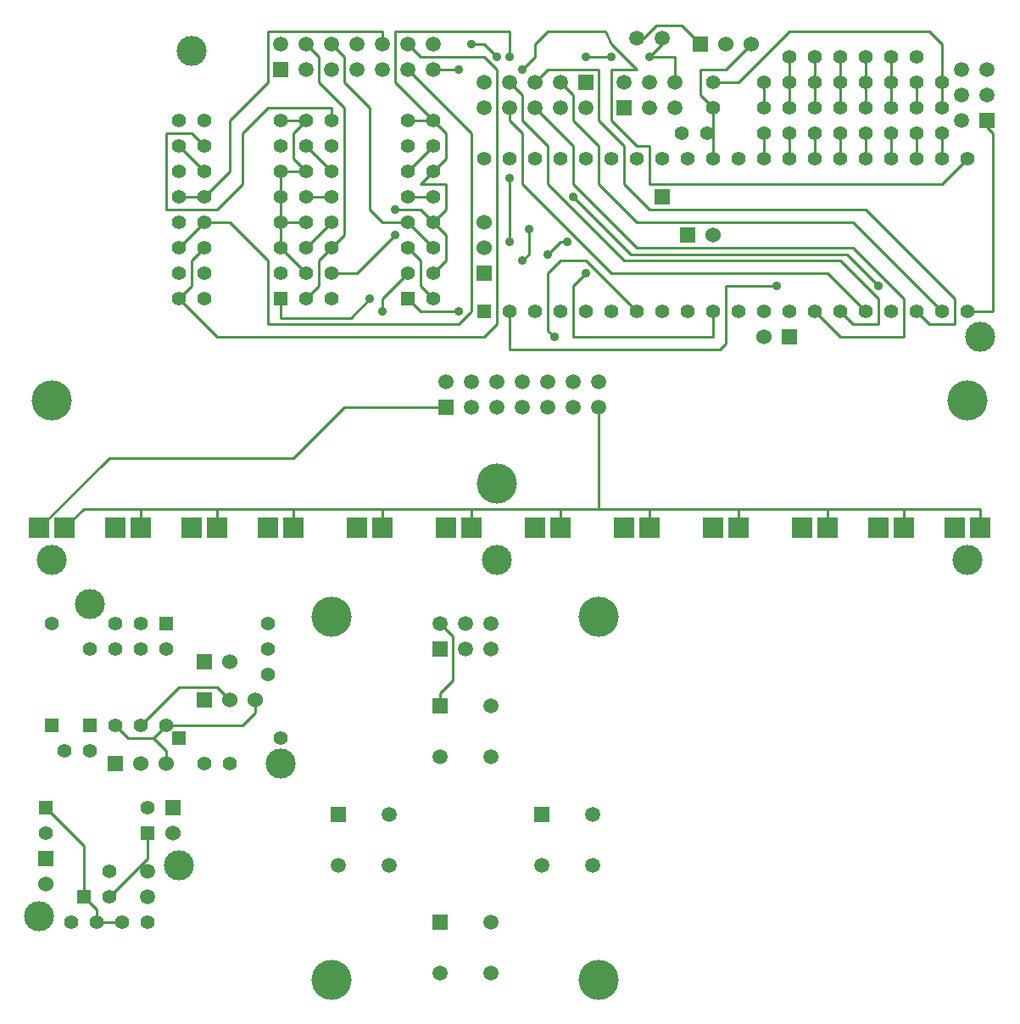
<source format=gbl>
G04 (created by PCBNEW (2013-07-07 BZR 4022)-stable) date 2014-10-27 00:32:54*
%MOIN*%
G04 Gerber Fmt 3.4, Leading zero omitted, Abs format*
%FSLAX34Y34*%
G01*
G70*
G90*
G04 APERTURE LIST*
%ADD10C,0.00590551*%
%ADD11C,0.055*%
%ADD12R,0.055X0.055*%
%ADD13R,0.0590551X0.0590551*%
%ADD14C,0.0590551*%
%ADD15R,0.0787402X0.0787402*%
%ADD16R,0.06X0.06*%
%ADD17C,0.06*%
%ADD18C,0.11811*%
%ADD19C,0.15748*%
%ADD20C,0.035*%
%ADD21C,0.01*%
G04 APERTURE END LIST*
G54D10*
G54D11*
X35500Y-8500D03*
X35500Y-7500D03*
X43500Y-6500D03*
X42500Y-6500D03*
X42500Y-7500D03*
X41500Y-7500D03*
X41500Y-6500D03*
X40500Y-6500D03*
X40500Y-7500D03*
X39500Y-7500D03*
X39500Y-6500D03*
X38500Y-6500D03*
X44500Y-9500D03*
X44500Y-8500D03*
X43500Y-9500D03*
X43500Y-8500D03*
X42500Y-9500D03*
X42500Y-8500D03*
X41500Y-9500D03*
X41500Y-8500D03*
X40500Y-9500D03*
X40500Y-8500D03*
X39500Y-9500D03*
X39500Y-8500D03*
X38500Y-7500D03*
X37500Y-7500D03*
X38500Y-9500D03*
X38500Y-8500D03*
X37500Y-9500D03*
X37500Y-8500D03*
G54D12*
X26500Y-16500D03*
G54D11*
X27500Y-16500D03*
X28500Y-16500D03*
X29500Y-16500D03*
X30500Y-16500D03*
X31500Y-16500D03*
X32500Y-16500D03*
X33500Y-16500D03*
X34500Y-16500D03*
X35500Y-16500D03*
X36500Y-16500D03*
X37500Y-16500D03*
X38500Y-16500D03*
X39500Y-16500D03*
X40500Y-16500D03*
X41500Y-16500D03*
X42500Y-16500D03*
X43500Y-16500D03*
X44500Y-16500D03*
X45500Y-16500D03*
X45500Y-10500D03*
X44500Y-10500D03*
X43500Y-10500D03*
X42500Y-10500D03*
X41500Y-10500D03*
X40500Y-10500D03*
X39500Y-10500D03*
X38500Y-10500D03*
X37500Y-10500D03*
X36500Y-10500D03*
X35500Y-10500D03*
X34500Y-10500D03*
X33500Y-10500D03*
X32500Y-10500D03*
X31500Y-10500D03*
X30500Y-10500D03*
X29500Y-10500D03*
X28500Y-10500D03*
X27500Y-10500D03*
X26500Y-10500D03*
X44500Y-7500D03*
X43500Y-7500D03*
G54D13*
X32000Y-8500D03*
G54D14*
X32000Y-7500D03*
X33000Y-8500D03*
X33000Y-7500D03*
X34000Y-8500D03*
X34000Y-7500D03*
G54D12*
X23500Y-16000D03*
G54D11*
X23500Y-15000D03*
X23500Y-14000D03*
X23500Y-13000D03*
X23500Y-12000D03*
X23500Y-11000D03*
X23500Y-10000D03*
X23500Y-9000D03*
X20500Y-9000D03*
X20500Y-10000D03*
X20500Y-11000D03*
X20500Y-12000D03*
X20500Y-13000D03*
X20500Y-14000D03*
X20500Y-15000D03*
X20500Y-16000D03*
G54D12*
X18500Y-16000D03*
G54D11*
X18500Y-15000D03*
X18500Y-14000D03*
X18500Y-13000D03*
X18500Y-12000D03*
X18500Y-11000D03*
X18500Y-10000D03*
X18500Y-9000D03*
X15500Y-9000D03*
X15500Y-10000D03*
X15500Y-11000D03*
X15500Y-12000D03*
X15500Y-13000D03*
X15500Y-14000D03*
X15500Y-15000D03*
X15500Y-16000D03*
G54D13*
X18500Y-7000D03*
G54D14*
X18500Y-6000D03*
X19500Y-7000D03*
X19500Y-6000D03*
X20500Y-7000D03*
X20500Y-6000D03*
X21500Y-7000D03*
X21500Y-6000D03*
X22500Y-7000D03*
X22500Y-6000D03*
X23500Y-7000D03*
X23500Y-6000D03*
X24500Y-7000D03*
X24500Y-6000D03*
X29500Y-8500D03*
X28500Y-8500D03*
X27500Y-8500D03*
G54D13*
X30500Y-7500D03*
G54D14*
X29500Y-7500D03*
X28500Y-7500D03*
X27500Y-7500D03*
X30500Y-8500D03*
X26500Y-7500D03*
X26500Y-8500D03*
G54D13*
X25000Y-20250D03*
G54D14*
X25000Y-19250D03*
X26000Y-20250D03*
X26000Y-19250D03*
X27000Y-20250D03*
X27000Y-19250D03*
X28000Y-20250D03*
X28000Y-19250D03*
X29000Y-20250D03*
X29000Y-19250D03*
X30000Y-20250D03*
X30000Y-19250D03*
X31000Y-20250D03*
X31000Y-19250D03*
G54D15*
X9000Y-25000D03*
X10000Y-25000D03*
X12000Y-25000D03*
X13000Y-25000D03*
X15000Y-25000D03*
X16000Y-25000D03*
X18000Y-25000D03*
X19000Y-25000D03*
X21500Y-25000D03*
X22500Y-25000D03*
X25000Y-25000D03*
X26000Y-25000D03*
X28500Y-25000D03*
X29500Y-25000D03*
X32000Y-25000D03*
X33000Y-25000D03*
X35500Y-25000D03*
X36500Y-25000D03*
X39000Y-25000D03*
X40000Y-25000D03*
X42000Y-25000D03*
X43000Y-25000D03*
X45000Y-25000D03*
X46000Y-25000D03*
G54D11*
X13000Y-28750D03*
X12000Y-28750D03*
X11000Y-33750D03*
X10000Y-33750D03*
X18000Y-29750D03*
X18000Y-30750D03*
G54D16*
X15500Y-31750D03*
G54D17*
X16500Y-31750D03*
X17500Y-31750D03*
G54D16*
X15500Y-30250D03*
G54D17*
X16500Y-30250D03*
G54D12*
X11000Y-32750D03*
G54D11*
X12000Y-32750D03*
X13000Y-32750D03*
X14000Y-32750D03*
X14000Y-29750D03*
X13000Y-29750D03*
X12000Y-29750D03*
X11000Y-29750D03*
G54D12*
X9500Y-32750D03*
G54D11*
X9500Y-28750D03*
G54D12*
X14500Y-33250D03*
G54D11*
X18500Y-33250D03*
G54D12*
X14000Y-28750D03*
G54D11*
X18000Y-28750D03*
X15500Y-34250D03*
X16500Y-34250D03*
G54D16*
X12000Y-34250D03*
G54D17*
X13000Y-34250D03*
X14000Y-34250D03*
G54D11*
X24500Y-10000D03*
X24500Y-9000D03*
X24500Y-12000D03*
X24500Y-11000D03*
X24500Y-14000D03*
X24500Y-13000D03*
X24500Y-16000D03*
X24500Y-15000D03*
X19500Y-16000D03*
X19500Y-15000D03*
X19500Y-14000D03*
X19500Y-13000D03*
X19500Y-12000D03*
X19500Y-11000D03*
X19500Y-10000D03*
X19500Y-9000D03*
X14500Y-16000D03*
X14500Y-15000D03*
X14500Y-14000D03*
X14500Y-13000D03*
X14500Y-12000D03*
X14500Y-11000D03*
X14500Y-10000D03*
X14500Y-9000D03*
G54D14*
X13250Y-38500D03*
X13250Y-39500D03*
G54D12*
X10750Y-39500D03*
G54D11*
X11750Y-39500D03*
X11750Y-38500D03*
X10250Y-40500D03*
X11250Y-40500D03*
X13250Y-40500D03*
X12250Y-40500D03*
G54D16*
X9250Y-38000D03*
G54D17*
X9250Y-39000D03*
G54D16*
X14250Y-36000D03*
G54D17*
X14250Y-37000D03*
G54D12*
X9250Y-36000D03*
G54D11*
X13250Y-36000D03*
G54D12*
X13250Y-37000D03*
G54D11*
X9250Y-37000D03*
G54D16*
X35000Y-6000D03*
G54D17*
X36000Y-6000D03*
X37000Y-6000D03*
G54D14*
X33500Y-5750D03*
X32500Y-5750D03*
G54D13*
X24750Y-40500D03*
G54D14*
X26750Y-40500D03*
X26750Y-42500D03*
X24750Y-42500D03*
G54D13*
X20750Y-36250D03*
G54D14*
X22750Y-36250D03*
X22750Y-38250D03*
X20750Y-38250D03*
G54D13*
X28750Y-36250D03*
G54D14*
X30750Y-36250D03*
X30750Y-38250D03*
X28750Y-38250D03*
G54D13*
X24750Y-32000D03*
G54D14*
X26750Y-32000D03*
X26750Y-34000D03*
X24750Y-34000D03*
G54D13*
X24750Y-29750D03*
G54D14*
X24750Y-28750D03*
X25750Y-29750D03*
X25750Y-28750D03*
X26750Y-28750D03*
X26750Y-29750D03*
G54D11*
X34250Y-9500D03*
X35250Y-9500D03*
G54D16*
X38500Y-17500D03*
G54D17*
X37500Y-17500D03*
G54D13*
X46250Y-9000D03*
G54D14*
X45250Y-9000D03*
X46250Y-8000D03*
X45250Y-8000D03*
X45250Y-7000D03*
X46250Y-7000D03*
G54D18*
X15000Y-6250D03*
X46000Y-17500D03*
G54D19*
X45500Y-20000D03*
X9500Y-20000D03*
X27000Y-23250D03*
G54D18*
X45500Y-26250D03*
X9500Y-26250D03*
X27000Y-26250D03*
X18500Y-34250D03*
X11000Y-28000D03*
X14500Y-38250D03*
X9000Y-40250D03*
G54D16*
X26500Y-15000D03*
G54D17*
X26500Y-14000D03*
X26500Y-13000D03*
G54D16*
X34500Y-13500D03*
G54D17*
X35500Y-13500D03*
G54D16*
X33500Y-12000D03*
G54D19*
X31000Y-28500D03*
X20500Y-28500D03*
X20500Y-42750D03*
X31000Y-42750D03*
G54D20*
X38000Y-15500D03*
X28250Y-13250D03*
X28000Y-14500D03*
X26000Y-6000D03*
X27000Y-6500D03*
X42000Y-15500D03*
X30000Y-12000D03*
X29750Y-13750D03*
X29000Y-14250D03*
X28000Y-7000D03*
X22500Y-16500D03*
X22000Y-16000D03*
X25500Y-16500D03*
X29250Y-17500D03*
X27500Y-11250D03*
X27500Y-13750D03*
X30500Y-15000D03*
X25500Y-7000D03*
X27500Y-6500D03*
X33000Y-6500D03*
X31500Y-6500D03*
X30500Y-6500D03*
X23000Y-12500D03*
X23000Y-13500D03*
G54D21*
X19500Y-6000D02*
X20000Y-6500D01*
X21000Y-13500D02*
X20500Y-14000D01*
X21000Y-8500D02*
X21000Y-13500D01*
X20000Y-7500D02*
X21000Y-8500D01*
X20000Y-6500D02*
X20000Y-7500D01*
X19500Y-16000D02*
X20000Y-15500D01*
X20000Y-14500D02*
X20500Y-14000D01*
X20000Y-15500D02*
X20000Y-14500D01*
X16500Y-31750D02*
X16000Y-31250D01*
X14500Y-31250D02*
X13000Y-32750D01*
X16000Y-31250D02*
X14500Y-31250D01*
X14000Y-32750D02*
X17000Y-32750D01*
X17500Y-32250D02*
X17500Y-31750D01*
X17000Y-32750D02*
X17500Y-32250D01*
X14000Y-32750D02*
X13500Y-33250D01*
X12000Y-32750D02*
X12500Y-33250D01*
X14000Y-33750D02*
X14000Y-34250D01*
X13500Y-33250D02*
X14000Y-33750D01*
X12500Y-33250D02*
X13500Y-33250D01*
X24750Y-28750D02*
X25250Y-29250D01*
X24750Y-31500D02*
X24750Y-32000D01*
X25250Y-31000D02*
X24750Y-31500D01*
X25250Y-29250D02*
X25250Y-31000D01*
X45500Y-16500D02*
X46500Y-16500D01*
X46250Y-9250D02*
X46250Y-9000D01*
X46500Y-9500D02*
X46250Y-9250D01*
X46500Y-16500D02*
X46500Y-9500D01*
X27500Y-16500D02*
X27500Y-18000D01*
X36000Y-15500D02*
X38000Y-15500D01*
X36000Y-17750D02*
X36000Y-15500D01*
X35750Y-18000D02*
X36000Y-17750D01*
X27500Y-18000D02*
X35750Y-18000D01*
X28250Y-14250D02*
X28250Y-13250D01*
X28000Y-14500D02*
X28250Y-14250D01*
X26500Y-6000D02*
X26000Y-6000D01*
X27000Y-6500D02*
X26500Y-6000D01*
X40750Y-14250D02*
X42000Y-15500D01*
X32250Y-14250D02*
X40750Y-14250D01*
X32000Y-14000D02*
X32250Y-14250D01*
X30000Y-12000D02*
X32000Y-14000D01*
X29500Y-13750D02*
X29750Y-13750D01*
X29000Y-14250D02*
X29500Y-13750D01*
X19500Y-14000D02*
X20500Y-13000D01*
X27500Y-7500D02*
X28000Y-8000D01*
X41000Y-17000D02*
X40500Y-16500D01*
X42000Y-17000D02*
X41000Y-17000D01*
X42000Y-16000D02*
X42000Y-17000D01*
X40500Y-14500D02*
X42000Y-16000D01*
X32000Y-14500D02*
X40500Y-14500D01*
X30500Y-13000D02*
X32000Y-14500D01*
X29000Y-11500D02*
X30500Y-13000D01*
X29000Y-10000D02*
X29000Y-11500D01*
X28500Y-9500D02*
X29000Y-10000D01*
X28000Y-9000D02*
X28500Y-9500D01*
X28000Y-8000D02*
X28000Y-9000D01*
X29500Y-7500D02*
X30000Y-8000D01*
X41000Y-13000D02*
X44500Y-16500D01*
X32500Y-13000D02*
X41000Y-13000D01*
X31000Y-11500D02*
X32500Y-13000D01*
X31000Y-10000D02*
X31000Y-11500D01*
X30000Y-9000D02*
X31000Y-10000D01*
X30000Y-8000D02*
X30000Y-9000D01*
X10750Y-39500D02*
X10750Y-37500D01*
X10750Y-37500D02*
X9250Y-36000D01*
X11250Y-40500D02*
X11250Y-40000D01*
X11250Y-40000D02*
X10750Y-39500D01*
X12250Y-40500D02*
X11250Y-40500D01*
X44500Y-11500D02*
X45500Y-10500D01*
X33000Y-11500D02*
X44500Y-11500D01*
X33000Y-10000D02*
X33000Y-11500D01*
X32500Y-10000D02*
X33000Y-10000D01*
X31500Y-9000D02*
X32500Y-10000D01*
X31500Y-7000D02*
X31500Y-9000D01*
X32500Y-7000D02*
X31500Y-7000D01*
X31500Y-6000D02*
X32500Y-7000D01*
X31250Y-5500D02*
X31500Y-6000D01*
X29000Y-5500D02*
X31250Y-5500D01*
X28500Y-6000D02*
X29000Y-5500D01*
X28500Y-6500D02*
X28500Y-6000D01*
X28000Y-7000D02*
X28500Y-6500D01*
X39500Y-16500D02*
X40500Y-17500D01*
X30000Y-10000D02*
X28500Y-8500D01*
X30000Y-11500D02*
X30000Y-10000D01*
X32500Y-14000D02*
X30000Y-11500D01*
X41000Y-14000D02*
X32500Y-14000D01*
X43000Y-16000D02*
X41000Y-14000D01*
X43000Y-17500D02*
X43000Y-16000D01*
X40500Y-17500D02*
X43000Y-17500D01*
X27500Y-9000D02*
X28000Y-9500D01*
X27500Y-8500D02*
X27500Y-9000D01*
X40000Y-15000D02*
X41500Y-16500D01*
X31500Y-15000D02*
X40000Y-15000D01*
X28000Y-11500D02*
X31500Y-15000D01*
X28000Y-9500D02*
X28000Y-11500D01*
X25000Y-20250D02*
X21000Y-20250D01*
X11750Y-22250D02*
X9000Y-25000D01*
X19000Y-22250D02*
X11750Y-22250D01*
X21000Y-20250D02*
X19000Y-22250D01*
X23500Y-15000D02*
X22500Y-16000D01*
X22500Y-16000D02*
X22500Y-16500D01*
X14500Y-10000D02*
X15500Y-11000D01*
X22500Y-6000D02*
X22500Y-5500D01*
X16500Y-11000D02*
X15500Y-12000D01*
X16500Y-9000D02*
X16500Y-11000D01*
X18000Y-7500D02*
X16500Y-9000D01*
X18000Y-5500D02*
X18000Y-7500D01*
X22500Y-5500D02*
X18000Y-5500D01*
X14500Y-12000D02*
X15500Y-12000D01*
X15500Y-13000D02*
X16500Y-13000D01*
X16500Y-13000D02*
X18000Y-14500D01*
X18000Y-14500D02*
X18000Y-17000D01*
X18000Y-17000D02*
X25500Y-17000D01*
X25500Y-17000D02*
X26000Y-16500D01*
X26000Y-16500D02*
X26000Y-9500D01*
X26000Y-9500D02*
X23500Y-7000D01*
X14500Y-14000D02*
X15500Y-13000D01*
X23500Y-6000D02*
X24000Y-6500D01*
X16000Y-17500D02*
X14500Y-16000D01*
X26500Y-17500D02*
X16000Y-17500D01*
X27000Y-17000D02*
X26500Y-17500D01*
X27000Y-7000D02*
X27000Y-17000D01*
X26500Y-6500D02*
X27000Y-7000D01*
X24000Y-6500D02*
X26500Y-6500D01*
X14500Y-16000D02*
X15000Y-15500D01*
X15000Y-14500D02*
X15500Y-14000D01*
X15000Y-15500D02*
X15000Y-14500D01*
X31000Y-20250D02*
X31000Y-24250D01*
X43000Y-24250D02*
X46000Y-24250D01*
X46000Y-24250D02*
X46000Y-25000D01*
X40000Y-24250D02*
X43000Y-24250D01*
X43000Y-24250D02*
X43000Y-25000D01*
X36500Y-24250D02*
X40000Y-24250D01*
X40000Y-24250D02*
X40000Y-25000D01*
X33000Y-24250D02*
X36500Y-24250D01*
X36500Y-24250D02*
X36500Y-25000D01*
X29500Y-24250D02*
X31000Y-24250D01*
X31000Y-24250D02*
X33000Y-24250D01*
X33000Y-24250D02*
X33000Y-25000D01*
X26000Y-24250D02*
X29500Y-24250D01*
X29500Y-24250D02*
X29500Y-25000D01*
X22500Y-24250D02*
X26000Y-24250D01*
X26000Y-24250D02*
X26000Y-25000D01*
X19000Y-24250D02*
X22500Y-24250D01*
X22500Y-24250D02*
X22500Y-25000D01*
X16000Y-24250D02*
X19000Y-24250D01*
X19000Y-24250D02*
X19000Y-25000D01*
X13000Y-24250D02*
X16000Y-24250D01*
X16000Y-24250D02*
X16000Y-25000D01*
X10000Y-25000D02*
X10750Y-24250D01*
X13000Y-24250D02*
X13000Y-25000D01*
X10750Y-24250D02*
X13000Y-24250D01*
X39500Y-7500D02*
X39500Y-6500D01*
X39500Y-8500D02*
X39500Y-7500D01*
X38500Y-7500D02*
X38500Y-6500D01*
X38500Y-8500D02*
X38500Y-7500D01*
X37500Y-8500D02*
X37500Y-7500D01*
X18500Y-16000D02*
X18500Y-16750D01*
X21250Y-16750D02*
X22000Y-16000D01*
X18500Y-16750D02*
X21250Y-16750D01*
X24000Y-16500D02*
X23500Y-16000D01*
X25500Y-16500D02*
X24000Y-16500D01*
X39500Y-10500D02*
X39500Y-9500D01*
X44500Y-8500D02*
X44500Y-7500D01*
X35500Y-7500D02*
X36500Y-7500D01*
X44500Y-6000D02*
X44500Y-7500D01*
X44000Y-5500D02*
X44500Y-6000D01*
X38500Y-5500D02*
X44000Y-5500D01*
X36500Y-7500D02*
X38500Y-5500D01*
X43500Y-8500D02*
X43500Y-7500D01*
X42500Y-7500D02*
X42500Y-6500D01*
X42500Y-8500D02*
X42500Y-7500D01*
X19500Y-12000D02*
X20500Y-12000D01*
X41500Y-7500D02*
X41500Y-6500D01*
X41500Y-8500D02*
X41500Y-7500D01*
X40500Y-7500D02*
X40500Y-6500D01*
X40500Y-8500D02*
X40500Y-7500D01*
X42500Y-10500D02*
X42500Y-9500D01*
X41500Y-10500D02*
X41500Y-9500D01*
X40500Y-10500D02*
X40500Y-9500D01*
X37500Y-10500D02*
X37500Y-9500D01*
X30500Y-14500D02*
X32500Y-16500D01*
X29500Y-14500D02*
X30500Y-14500D01*
X29000Y-15000D02*
X29500Y-14500D01*
X29000Y-17250D02*
X29000Y-15000D01*
X29250Y-17500D02*
X29000Y-17250D01*
X23500Y-13000D02*
X22500Y-13000D01*
X21000Y-6500D02*
X20500Y-6000D01*
X21000Y-7500D02*
X21000Y-6500D01*
X22000Y-8500D02*
X21000Y-7500D01*
X22000Y-12500D02*
X22000Y-8500D01*
X22500Y-13000D02*
X22000Y-12500D01*
X24500Y-14000D02*
X23500Y-13000D01*
X19500Y-10000D02*
X20500Y-11000D01*
X24500Y-12000D02*
X23500Y-12000D01*
X24500Y-10000D02*
X23500Y-11000D01*
X20500Y-9000D02*
X20500Y-8500D01*
X15000Y-9500D02*
X15500Y-10000D01*
X14000Y-9500D02*
X15000Y-9500D01*
X14000Y-12500D02*
X14000Y-9500D01*
X16000Y-12500D02*
X14000Y-12500D01*
X17000Y-11500D02*
X16000Y-12500D01*
X17000Y-9500D02*
X17000Y-11500D01*
X18000Y-8500D02*
X17000Y-9500D01*
X20500Y-8500D02*
X18000Y-8500D01*
X44500Y-10500D02*
X44500Y-9500D01*
X43500Y-10500D02*
X43500Y-9500D01*
X24500Y-16000D02*
X24000Y-15500D01*
X24000Y-14500D02*
X23500Y-14000D01*
X24000Y-15500D02*
X24000Y-14500D01*
X28500Y-7500D02*
X29000Y-7000D01*
X44000Y-17000D02*
X43500Y-16500D01*
X45000Y-17000D02*
X44000Y-17000D01*
X45000Y-16000D02*
X45000Y-17000D01*
X41500Y-12500D02*
X45000Y-16000D01*
X33000Y-12500D02*
X41500Y-12500D01*
X32000Y-11500D02*
X33000Y-12500D01*
X32000Y-10000D02*
X32000Y-11500D01*
X31000Y-9000D02*
X32000Y-10000D01*
X31000Y-7000D02*
X31000Y-9000D01*
X29000Y-7000D02*
X31000Y-7000D01*
X38500Y-10500D02*
X38500Y-9500D01*
X27500Y-13750D02*
X27500Y-11250D01*
X30000Y-15500D02*
X30500Y-15000D01*
X30000Y-17500D02*
X30000Y-15500D01*
X32500Y-5750D02*
X32750Y-5750D01*
X34250Y-5250D02*
X35000Y-6000D01*
X33250Y-5250D02*
X34250Y-5250D01*
X32750Y-5750D02*
X33250Y-5250D01*
X35500Y-16500D02*
X35500Y-17500D01*
X35500Y-17500D02*
X30000Y-17500D01*
X25500Y-7000D02*
X24500Y-7000D01*
X35250Y-9500D02*
X35500Y-9500D01*
X35500Y-9500D02*
X35250Y-9500D01*
X33500Y-5750D02*
X33500Y-6000D01*
X33500Y-6000D02*
X33000Y-6500D01*
X35500Y-8500D02*
X35000Y-8000D01*
X36000Y-7000D02*
X37000Y-6000D01*
X35000Y-7000D02*
X36000Y-7000D01*
X35000Y-8000D02*
X35000Y-7000D01*
X24500Y-9000D02*
X23000Y-7500D01*
X27500Y-5500D02*
X27500Y-6500D01*
X23000Y-5500D02*
X27500Y-5500D01*
X23000Y-6000D02*
X23000Y-5500D01*
X23000Y-7500D02*
X23000Y-6000D01*
X34000Y-7500D02*
X34000Y-6500D01*
X34000Y-6500D02*
X33000Y-6500D01*
X31500Y-6500D02*
X30500Y-6500D01*
X20500Y-15000D02*
X21500Y-15000D01*
X23000Y-12500D02*
X23500Y-12500D01*
X21500Y-15000D02*
X23000Y-13500D01*
X23500Y-12500D02*
X24000Y-12500D01*
X24000Y-12500D02*
X24500Y-13000D01*
X23500Y-12500D02*
X24000Y-12500D01*
X24000Y-12500D02*
X24500Y-13000D01*
X24500Y-11000D02*
X25000Y-10500D01*
X25000Y-9500D02*
X24500Y-9000D01*
X25000Y-10500D02*
X25000Y-9500D01*
X24500Y-15000D02*
X25000Y-14500D01*
X25000Y-13500D02*
X24500Y-13000D01*
X25000Y-14500D02*
X25000Y-13500D01*
X24500Y-11000D02*
X24000Y-11500D01*
X25000Y-12500D02*
X24500Y-13000D01*
X25000Y-11500D02*
X25000Y-12500D01*
X24000Y-11500D02*
X25000Y-11500D01*
X19500Y-11000D02*
X19000Y-10500D01*
X19000Y-9500D02*
X19500Y-9000D01*
X19000Y-10500D02*
X19000Y-9500D01*
X18500Y-14000D02*
X19500Y-15000D01*
X18500Y-14000D02*
X18500Y-13000D01*
X18500Y-13000D02*
X19500Y-13000D01*
X18500Y-12000D02*
X18500Y-13000D01*
X18500Y-11000D02*
X18500Y-12000D01*
X19500Y-11000D02*
X18500Y-11000D01*
X19500Y-9000D02*
X18500Y-9000D01*
X24500Y-9000D02*
X23500Y-9000D01*
X35500Y-8500D02*
X35500Y-10500D01*
X13250Y-37000D02*
X13250Y-38000D01*
X13250Y-38000D02*
X11750Y-39500D01*
M02*

</source>
